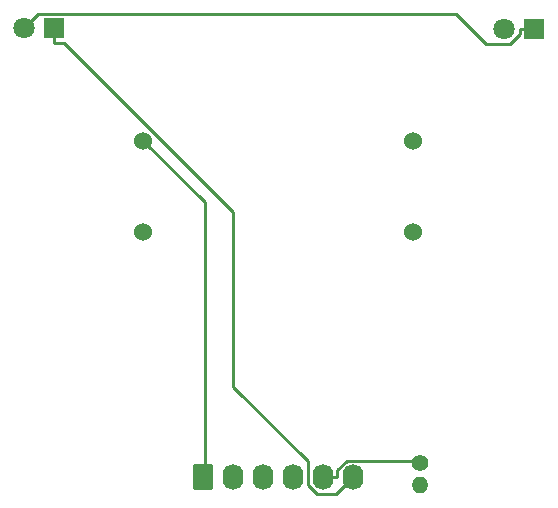
<source format=gbr>
%TF.GenerationSoftware,KiCad,Pcbnew,(6.0.7-1)-1*%
%TF.CreationDate,2023-11-11T10:51:09+10:00*%
%TF.ProjectId,Simmeters Small Engine Replacement,53696d6d-6574-4657-9273-20536d616c6c,rev?*%
%TF.SameCoordinates,Original*%
%TF.FileFunction,Copper,L2,Bot*%
%TF.FilePolarity,Positive*%
%FSLAX46Y46*%
G04 Gerber Fmt 4.6, Leading zero omitted, Abs format (unit mm)*
G04 Created by KiCad (PCBNEW (6.0.7-1)-1) date 2023-11-11 10:51:09*
%MOMM*%
%LPD*%
G01*
G04 APERTURE LIST*
G04 Aperture macros list*
%AMRoundRect*
0 Rectangle with rounded corners*
0 $1 Rounding radius*
0 $2 $3 $4 $5 $6 $7 $8 $9 X,Y pos of 4 corners*
0 Add a 4 corners polygon primitive as box body*
4,1,4,$2,$3,$4,$5,$6,$7,$8,$9,$2,$3,0*
0 Add four circle primitives for the rounded corners*
1,1,$1+$1,$2,$3*
1,1,$1+$1,$4,$5*
1,1,$1+$1,$6,$7*
1,1,$1+$1,$8,$9*
0 Add four rect primitives between the rounded corners*
20,1,$1+$1,$2,$3,$4,$5,0*
20,1,$1+$1,$4,$5,$6,$7,0*
20,1,$1+$1,$6,$7,$8,$9,0*
20,1,$1+$1,$8,$9,$2,$3,0*%
G04 Aperture macros list end*
%TA.AperFunction,ComponentPad*%
%ADD10C,1.524000*%
%TD*%
%TA.AperFunction,ComponentPad*%
%ADD11C,1.400000*%
%TD*%
%TA.AperFunction,ComponentPad*%
%ADD12O,1.400000X1.400000*%
%TD*%
%TA.AperFunction,ComponentPad*%
%ADD13RoundRect,0.250000X-0.620000X-0.845000X0.620000X-0.845000X0.620000X0.845000X-0.620000X0.845000X0*%
%TD*%
%TA.AperFunction,ComponentPad*%
%ADD14O,1.740000X2.190000*%
%TD*%
%TA.AperFunction,ComponentPad*%
%ADD15C,1.800000*%
%TD*%
%TA.AperFunction,ComponentPad*%
%ADD16R,1.800000X1.800000*%
%TD*%
%TA.AperFunction,Conductor*%
%ADD17C,0.250000*%
%TD*%
G04 APERTURE END LIST*
D10*
%TO.P,M1,1*%
%TO.N,/COIL1*%
X168575500Y-90161900D03*
%TO.P,M1,2,-*%
%TO.N,/COIL2*%
X168575500Y-97861900D03*
%TO.P,M1,3*%
%TO.N,/COIL3*%
X191425500Y-97861900D03*
%TO.P,M1,4*%
%TO.N,/COIL4*%
X191425500Y-90161900D03*
%TD*%
D11*
%TO.P,R1,1*%
%TO.N,/BACKLIGHT_+12V*%
X192015500Y-117439600D03*
D12*
%TO.P,R1,2*%
%TO.N,Net-(D1-Pad2)*%
X192015500Y-119339600D03*
%TD*%
D13*
%TO.P,J1,1,Pin_1*%
%TO.N,/COIL1*%
X173635500Y-118664600D03*
D14*
%TO.P,J1,2,Pin_2*%
%TO.N,/COIL2*%
X176175500Y-118664600D03*
%TO.P,J1,3,Pin_3*%
%TO.N,/COIL3*%
X178715500Y-118664600D03*
%TO.P,J1,4,Pin_4*%
%TO.N,/COIL4*%
X181255500Y-118664600D03*
%TO.P,J1,5,Pin_5*%
%TO.N,/BACKLIGHT_+12V*%
X183795500Y-118664600D03*
%TO.P,J1,6,Pin_6*%
%TO.N,/BACKLIGHT_GND*%
X186335500Y-118664600D03*
%TD*%
D15*
%TO.P,D2,2,A*%
%TO.N,Net-(D1-Pad1)*%
X158470500Y-80614600D03*
D16*
%TO.P,D2,1,K*%
%TO.N,/BACKLIGHT_GND*%
X161010500Y-80614600D03*
%TD*%
%TO.P,D1,1,K*%
%TO.N,Net-(D1-Pad1)*%
X201665500Y-80684600D03*
D15*
%TO.P,D1,2,A*%
%TO.N,Net-(D1-Pad2)*%
X199125500Y-80684600D03*
%TD*%
D17*
%TO.N,/BACKLIGHT_+12V*%
X191813100Y-117237200D02*
X192015500Y-117439600D01*
X185820500Y-117237200D02*
X191813100Y-117237200D01*
X184990800Y-118066900D02*
X185820500Y-117237200D01*
X184990800Y-118664600D02*
X184990800Y-118066900D01*
X183795500Y-118664600D02*
X184990800Y-118664600D01*
%TO.N,/BACKLIGHT_GND*%
X184902700Y-120097400D02*
X186335500Y-118664600D01*
X183301500Y-120097400D02*
X184902700Y-120097400D01*
X182525500Y-119321400D02*
X183301500Y-120097400D01*
X182525500Y-117300300D02*
X182525500Y-119321400D01*
X176204200Y-110979000D02*
X182525500Y-117300300D01*
X176204200Y-96191200D02*
X176204200Y-110979000D01*
X161852900Y-81839900D02*
X176204200Y-96191200D01*
X161010500Y-81839900D02*
X161852900Y-81839900D01*
X161010500Y-80614600D02*
X161010500Y-81839900D01*
%TO.N,Net-(D1-Pad1)*%
X159695900Y-79389200D02*
X158470500Y-80614600D01*
X195054600Y-79389200D02*
X159695900Y-79389200D01*
X197595800Y-81930400D02*
X195054600Y-79389200D01*
X199653900Y-81930400D02*
X197595800Y-81930400D01*
X200440200Y-81144100D02*
X199653900Y-81930400D01*
X200440200Y-80684600D02*
X200440200Y-81144100D01*
X201665500Y-80684600D02*
X200440200Y-80684600D01*
%TO.N,/COIL1*%
X173766800Y-118533300D02*
X173635500Y-118664600D01*
X173766800Y-95353200D02*
X173766800Y-118533300D01*
X168575500Y-90161900D02*
X173766800Y-95353200D01*
%TD*%
M02*

</source>
